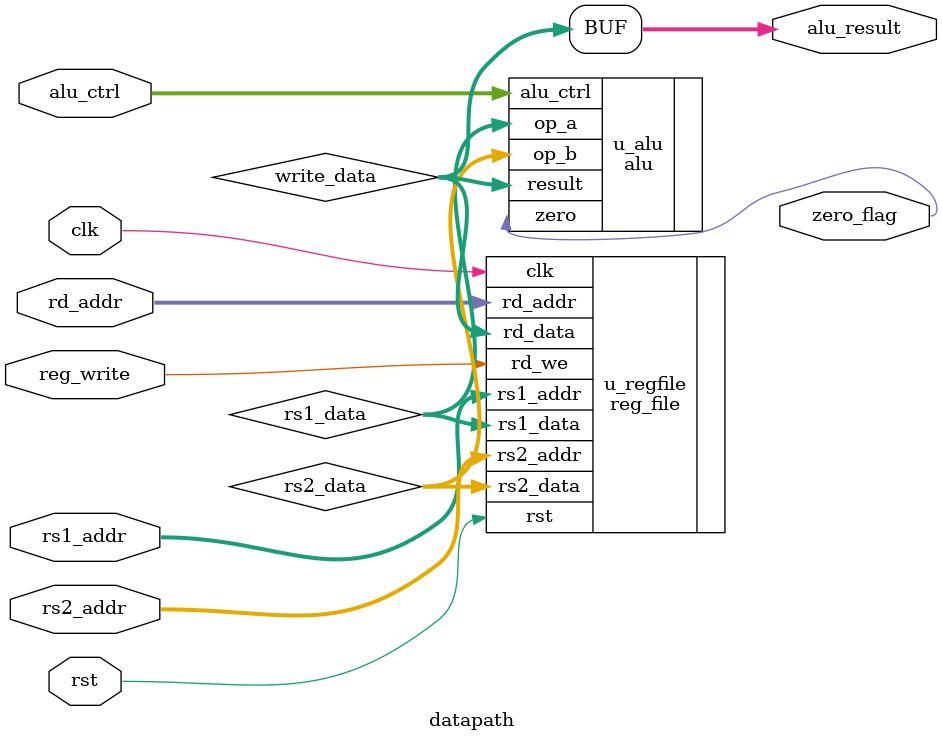
<source format=v>
`timescale 1ns / 1ps
`default_nettype none

module datapath (
    input  wire        clk,
    input  wire        rst,

    // Register selection
    input  wire [4:0]  rs1_addr,
    input  wire [4:0]  rs2_addr,
    input  wire [4:0]  rd_addr,

    // Control signals
    input  wire [3:0]  alu_ctrl,
    input  wire        reg_write,

    // Outputs (for observation/debug)
    output wire [31:0] alu_result,
    output wire        zero_flag
);

    // --------------------------------------------------
    // Internal connections
    // --------------------------------------------------
    wire [31:0] rs1_data;
    wire [31:0] rs2_data;
    wire [31:0] write_data;

    // --------------------------------------------------
    // Register File
    // --------------------------------------------------
    reg_file u_regfile (
        .rs1_addr      (rs1_addr),
        .rs2_addr      (rs2_addr),
        .rd_addr       (rd_addr),
        .rd_data       (write_data),
        .rs1_data      (rs1_data),
        .rs2_data      (rs2_data),
        .rd_we         (reg_write),  
        .clk           (clk),
        .rst           (rst)
    );

    // --------------------------------------------------
    // ALU
    // --------------------------------------------------
    alu u_alu (
        .op_a     (rs1_data),
        .op_b     (rs2_data),
        .alu_ctrl (alu_ctrl),
        .result   (write_data),
        .zero     (zero_flag)
    );

    assign alu_result = write_data;

endmodule

`default_nettype wire

</source>
